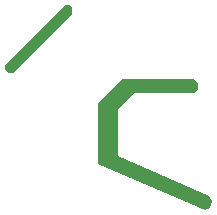
<source format=gbr>
%TF.GenerationSoftware,Altium Limited,Altium Designer,22.9.1 (49)*%
G04 Layer_Color=0*
%FSLAX45Y45*%
%MOMM*%
%TF.SameCoordinates,C6D2A98E-D71B-44EB-B230-12E80A119C5B*%
%TF.FilePolarity,Positive*%
%TF.FileFunction,NonPlated,1,4,NPTH,Drill*%
%TF.Part,Single*%
G01*
G75*
G36*
X5020000Y3607500D02*
X5525000D01*
X5562500Y3644999D01*
X5562500Y3687500D01*
X5522500Y3727500D01*
X4912761Y3727500D01*
X4709261Y3524000D01*
Y3011433D01*
X5617988Y2618830D01*
X5660153Y2638361D01*
X5676167Y2690977D01*
X5657304Y2732379D01*
X4883010Y3078445D01*
X4883010Y3470510D01*
X5020000Y3607500D01*
D02*
G37*
G36*
X3927500Y3845000D02*
Y3805000D01*
X3957500Y3775000D01*
X3997500D01*
X4495000Y4272500D01*
Y4330000D01*
X4475000Y4350000D01*
X4432500D01*
X3927500Y3845000D01*
D02*
G37*
%TF.MD5,79741e89912115d49b2df14b046a05a1*%
M02*

</source>
